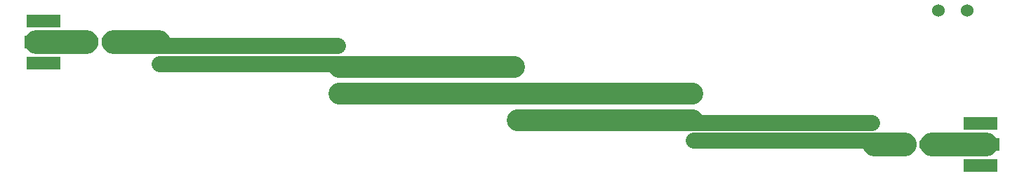
<source format=gbr>
G04 #@! TF.GenerationSoftware,KiCad,Pcbnew,5.1.2-f72e74a~84~ubuntu18.04.1*
G04 #@! TF.CreationDate,2019-11-26T15:09:58+01:00*
G04 #@! TF.ProjectId,FR4_proto2,4652345f-7072-46f7-946f-322e6b696361,rev?*
G04 #@! TF.SameCoordinates,Original*
G04 #@! TF.FileFunction,Copper,L1,Top*
G04 #@! TF.FilePolarity,Positive*
%FSLAX46Y46*%
G04 Gerber Fmt 4.6, Leading zero omitted, Abs format (unit mm)*
G04 Created by KiCad (PCBNEW 5.1.2-f72e74a~84~ubuntu18.04.1) date 2019-11-26 15:09:58*
%MOMM*%
%LPD*%
G04 APERTURE LIST*
%ADD10C,0.100000*%
%ADD11C,1.050000*%
%ADD12R,4.060000X1.520000*%
%ADD13R,4.600000X1.520000*%
%ADD14C,1.524000*%
%ADD15C,0.800000*%
%ADD16C,1.924000*%
%ADD17C,2.585000*%
%ADD18C,2.900000*%
G04 APERTURE END LIST*
D10*
G36*
X176199505Y-94426204D02*
G01*
X176223773Y-94429804D01*
X176247572Y-94435765D01*
X176270671Y-94444030D01*
X176292850Y-94454520D01*
X176313893Y-94467132D01*
X176333599Y-94481747D01*
X176351777Y-94498223D01*
X176368253Y-94516401D01*
X176382868Y-94536107D01*
X176395480Y-94557150D01*
X176405970Y-94579329D01*
X176414235Y-94602428D01*
X176420196Y-94626227D01*
X176423796Y-94650495D01*
X176425000Y-94674999D01*
X176425000Y-95225001D01*
X176423796Y-95249505D01*
X176420196Y-95273773D01*
X176414235Y-95297572D01*
X176405970Y-95320671D01*
X176395480Y-95342850D01*
X176382868Y-95363893D01*
X176368253Y-95383599D01*
X176351777Y-95401777D01*
X176333599Y-95418253D01*
X176313893Y-95432868D01*
X176292850Y-95445480D01*
X176270671Y-95455970D01*
X176247572Y-95464235D01*
X176223773Y-95470196D01*
X176199505Y-95473796D01*
X176175001Y-95475000D01*
X175424999Y-95475000D01*
X175400495Y-95473796D01*
X175376227Y-95470196D01*
X175352428Y-95464235D01*
X175329329Y-95455970D01*
X175307150Y-95445480D01*
X175286107Y-95432868D01*
X175266401Y-95418253D01*
X175248223Y-95401777D01*
X175231747Y-95383599D01*
X175217132Y-95363893D01*
X175204520Y-95342850D01*
X175194030Y-95320671D01*
X175185765Y-95297572D01*
X175179804Y-95273773D01*
X175176204Y-95249505D01*
X175175000Y-95225001D01*
X175175000Y-94674999D01*
X175176204Y-94650495D01*
X175179804Y-94626227D01*
X175185765Y-94602428D01*
X175194030Y-94579329D01*
X175204520Y-94557150D01*
X175217132Y-94536107D01*
X175231747Y-94516401D01*
X175248223Y-94498223D01*
X175266401Y-94481747D01*
X175286107Y-94467132D01*
X175307150Y-94454520D01*
X175329329Y-94444030D01*
X175352428Y-94435765D01*
X175376227Y-94429804D01*
X175400495Y-94426204D01*
X175424999Y-94425000D01*
X176175001Y-94425000D01*
X176199505Y-94426204D01*
X176199505Y-94426204D01*
G37*
D11*
X175800000Y-94950000D03*
D10*
G36*
X177799505Y-94426204D02*
G01*
X177823773Y-94429804D01*
X177847572Y-94435765D01*
X177870671Y-94444030D01*
X177892850Y-94454520D01*
X177913893Y-94467132D01*
X177933599Y-94481747D01*
X177951777Y-94498223D01*
X177968253Y-94516401D01*
X177982868Y-94536107D01*
X177995480Y-94557150D01*
X178005970Y-94579329D01*
X178014235Y-94602428D01*
X178020196Y-94626227D01*
X178023796Y-94650495D01*
X178025000Y-94674999D01*
X178025000Y-95225001D01*
X178023796Y-95249505D01*
X178020196Y-95273773D01*
X178014235Y-95297572D01*
X178005970Y-95320671D01*
X177995480Y-95342850D01*
X177982868Y-95363893D01*
X177968253Y-95383599D01*
X177951777Y-95401777D01*
X177933599Y-95418253D01*
X177913893Y-95432868D01*
X177892850Y-95445480D01*
X177870671Y-95455970D01*
X177847572Y-95464235D01*
X177823773Y-95470196D01*
X177799505Y-95473796D01*
X177775001Y-95475000D01*
X177024999Y-95475000D01*
X177000495Y-95473796D01*
X176976227Y-95470196D01*
X176952428Y-95464235D01*
X176929329Y-95455970D01*
X176907150Y-95445480D01*
X176886107Y-95432868D01*
X176866401Y-95418253D01*
X176848223Y-95401777D01*
X176831747Y-95383599D01*
X176817132Y-95363893D01*
X176804520Y-95342850D01*
X176794030Y-95320671D01*
X176785765Y-95297572D01*
X176779804Y-95273773D01*
X176776204Y-95249505D01*
X176775000Y-95225001D01*
X176775000Y-94674999D01*
X176776204Y-94650495D01*
X176779804Y-94626227D01*
X176785765Y-94602428D01*
X176794030Y-94579329D01*
X176804520Y-94557150D01*
X176817132Y-94536107D01*
X176831747Y-94516401D01*
X176848223Y-94498223D01*
X176866401Y-94481747D01*
X176886107Y-94467132D01*
X176907150Y-94454520D01*
X176929329Y-94444030D01*
X176952428Y-94435765D01*
X176976227Y-94429804D01*
X177000495Y-94426204D01*
X177024999Y-94425000D01*
X177775001Y-94425000D01*
X177799505Y-94426204D01*
X177799505Y-94426204D01*
G37*
D11*
X177400000Y-94950000D03*
D10*
G36*
X77539505Y-82026204D02*
G01*
X77563773Y-82029804D01*
X77587572Y-82035765D01*
X77610671Y-82044030D01*
X77632850Y-82054520D01*
X77653893Y-82067132D01*
X77673599Y-82081747D01*
X77691777Y-82098223D01*
X77708253Y-82116401D01*
X77722868Y-82136107D01*
X77735480Y-82157150D01*
X77745970Y-82179329D01*
X77754235Y-82202428D01*
X77760196Y-82226227D01*
X77763796Y-82250495D01*
X77765000Y-82274999D01*
X77765000Y-82825001D01*
X77763796Y-82849505D01*
X77760196Y-82873773D01*
X77754235Y-82897572D01*
X77745970Y-82920671D01*
X77735480Y-82942850D01*
X77722868Y-82963893D01*
X77708253Y-82983599D01*
X77691777Y-83001777D01*
X77673599Y-83018253D01*
X77653893Y-83032868D01*
X77632850Y-83045480D01*
X77610671Y-83055970D01*
X77587572Y-83064235D01*
X77563773Y-83070196D01*
X77539505Y-83073796D01*
X77515001Y-83075000D01*
X76764999Y-83075000D01*
X76740495Y-83073796D01*
X76716227Y-83070196D01*
X76692428Y-83064235D01*
X76669329Y-83055970D01*
X76647150Y-83045480D01*
X76626107Y-83032868D01*
X76606401Y-83018253D01*
X76588223Y-83001777D01*
X76571747Y-82983599D01*
X76557132Y-82963893D01*
X76544520Y-82942850D01*
X76534030Y-82920671D01*
X76525765Y-82897572D01*
X76519804Y-82873773D01*
X76516204Y-82849505D01*
X76515000Y-82825001D01*
X76515000Y-82274999D01*
X76516204Y-82250495D01*
X76519804Y-82226227D01*
X76525765Y-82202428D01*
X76534030Y-82179329D01*
X76544520Y-82157150D01*
X76557132Y-82136107D01*
X76571747Y-82116401D01*
X76588223Y-82098223D01*
X76606401Y-82081747D01*
X76626107Y-82067132D01*
X76647150Y-82054520D01*
X76669329Y-82044030D01*
X76692428Y-82035765D01*
X76716227Y-82029804D01*
X76740495Y-82026204D01*
X76764999Y-82025000D01*
X77515001Y-82025000D01*
X77539505Y-82026204D01*
X77539505Y-82026204D01*
G37*
D11*
X77140000Y-82550000D03*
D10*
G36*
X79139505Y-82026204D02*
G01*
X79163773Y-82029804D01*
X79187572Y-82035765D01*
X79210671Y-82044030D01*
X79232850Y-82054520D01*
X79253893Y-82067132D01*
X79273599Y-82081747D01*
X79291777Y-82098223D01*
X79308253Y-82116401D01*
X79322868Y-82136107D01*
X79335480Y-82157150D01*
X79345970Y-82179329D01*
X79354235Y-82202428D01*
X79360196Y-82226227D01*
X79363796Y-82250495D01*
X79365000Y-82274999D01*
X79365000Y-82825001D01*
X79363796Y-82849505D01*
X79360196Y-82873773D01*
X79354235Y-82897572D01*
X79345970Y-82920671D01*
X79335480Y-82942850D01*
X79322868Y-82963893D01*
X79308253Y-82983599D01*
X79291777Y-83001777D01*
X79273599Y-83018253D01*
X79253893Y-83032868D01*
X79232850Y-83045480D01*
X79210671Y-83055970D01*
X79187572Y-83064235D01*
X79163773Y-83070196D01*
X79139505Y-83073796D01*
X79115001Y-83075000D01*
X78364999Y-83075000D01*
X78340495Y-83073796D01*
X78316227Y-83070196D01*
X78292428Y-83064235D01*
X78269329Y-83055970D01*
X78247150Y-83045480D01*
X78226107Y-83032868D01*
X78206401Y-83018253D01*
X78188223Y-83001777D01*
X78171747Y-82983599D01*
X78157132Y-82963893D01*
X78144520Y-82942850D01*
X78134030Y-82920671D01*
X78125765Y-82897572D01*
X78119804Y-82873773D01*
X78116204Y-82849505D01*
X78115000Y-82825001D01*
X78115000Y-82274999D01*
X78116204Y-82250495D01*
X78119804Y-82226227D01*
X78125765Y-82202428D01*
X78134030Y-82179329D01*
X78144520Y-82157150D01*
X78157132Y-82136107D01*
X78171747Y-82116401D01*
X78188223Y-82098223D01*
X78206401Y-82081747D01*
X78226107Y-82067132D01*
X78247150Y-82054520D01*
X78269329Y-82044030D01*
X78292428Y-82035765D01*
X78316227Y-82029804D01*
X78340495Y-82026204D01*
X78364999Y-82025000D01*
X79115001Y-82025000D01*
X79139505Y-82026204D01*
X79139505Y-82026204D01*
G37*
D11*
X78740000Y-82550000D03*
D12*
X184150000Y-97490000D03*
X184150000Y-92410000D03*
D13*
X184150000Y-94950000D03*
D12*
X71120000Y-80010000D03*
X71120000Y-85090000D03*
D13*
X71120000Y-82550000D03*
D14*
X179070000Y-78740000D03*
X182570000Y-78740000D03*
D15*
X185420000Y-97790000D03*
X184150000Y-97790000D03*
X182880000Y-97790000D03*
X185420000Y-92710000D03*
X184150000Y-92710000D03*
X182880000Y-92710000D03*
X72390000Y-85090000D03*
X71120000Y-85090000D03*
X69850000Y-85090000D03*
X72390000Y-80010000D03*
X71120000Y-80010000D03*
X69850000Y-80010000D03*
D16*
X85110000Y-85183400D02*
X106600000Y-85183400D01*
D17*
X106782000Y-85512000D02*
X127862000Y-85512000D01*
X106782000Y-88744000D02*
X127862000Y-88744000D01*
X128270000Y-88744000D02*
X149350000Y-88744000D01*
X128270000Y-91976000D02*
X149350000Y-91976000D01*
D16*
X149560000Y-92311000D02*
X171050000Y-92311000D01*
X149560000Y-94454400D02*
X171050000Y-94454400D01*
D18*
X171370000Y-94950000D02*
X175000000Y-94950000D01*
D16*
X85110000Y-83040000D02*
X106600000Y-83040000D01*
D18*
X79610000Y-82550000D02*
X85000000Y-82550000D01*
X70300000Y-82550000D02*
X76300000Y-82550000D01*
X184800000Y-94950000D02*
X178300000Y-94950000D01*
M02*

</source>
